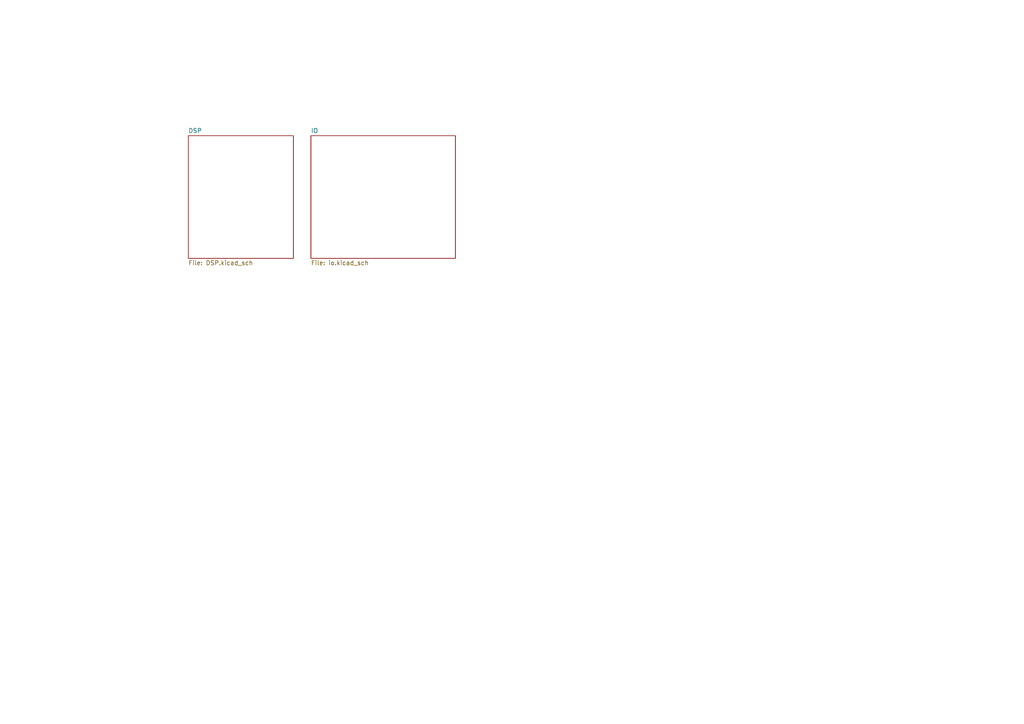
<source format=kicad_sch>
(kicad_sch (version 20211123) (generator eeschema)
  (paper "A4")
  (lib_symbols)
  (sheet (at 54.61 39.37) (size 30.48 35.56)
    (property "Sheet name" "DSP" (at 54.61 38.6584 0) (effects (justify left bottom)))
    (property "Sheet file" "DSP.kicad_sch" (at 54.61 75.5146 0) (effects (justify left top)))
  )
  (sheet (at 90.17 39.37) (size 41.91 35.56)
    (property "Sheet name" "IO" (at 90.17 38.6584 0) (effects (justify left bottom)))
    (property "Sheet file" "io.kicad_sch" (at 90.17 75.5146 0) (effects (justify left top)))
  )
)
</source>
